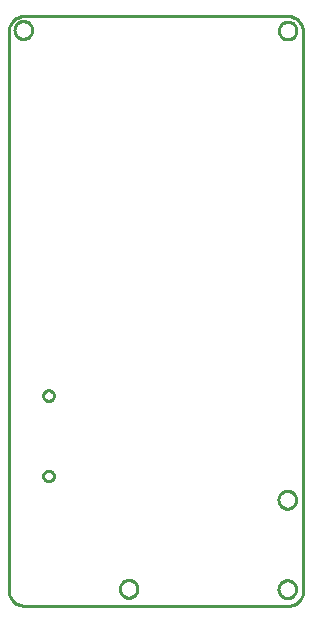
<source format=gbr>
G04 EAGLE Gerber RS-274X export*
G75*
%MOMM*%
%FSLAX34Y34*%
%LPD*%
%IN*%
%IPPOS*%
%AMOC8*
5,1,8,0,0,1.08239X$1,22.5*%
G01*
%ADD10C,0.254000*%


D10*
X66040Y-278130D02*
X66088Y-279237D01*
X66233Y-280335D01*
X66473Y-281417D01*
X66806Y-282474D01*
X67230Y-283497D01*
X67741Y-284480D01*
X68337Y-285414D01*
X69011Y-286293D01*
X69760Y-287110D01*
X70577Y-287859D01*
X71456Y-288533D01*
X72390Y-289129D01*
X73373Y-289640D01*
X74396Y-290064D01*
X75453Y-290397D01*
X76535Y-290637D01*
X77633Y-290782D01*
X78740Y-290830D01*
X302260Y-290830D01*
X303314Y-290839D01*
X304365Y-290757D01*
X305404Y-290583D01*
X306425Y-290320D01*
X307418Y-289968D01*
X308378Y-289531D01*
X309295Y-289012D01*
X310164Y-288416D01*
X310977Y-287745D01*
X311729Y-287007D01*
X312414Y-286205D01*
X313026Y-285347D01*
X313561Y-284439D01*
X314015Y-283488D01*
X314385Y-282501D01*
X314666Y-281485D01*
X314859Y-280449D01*
X314960Y-279400D01*
X314960Y195580D01*
X314912Y196687D01*
X314767Y197785D01*
X314527Y198867D01*
X314194Y199924D01*
X313770Y200947D01*
X313259Y201930D01*
X312663Y202864D01*
X311989Y203743D01*
X311240Y204560D01*
X310423Y205309D01*
X309544Y205983D01*
X308610Y206579D01*
X307627Y207090D01*
X306604Y207514D01*
X305547Y207847D01*
X304465Y208087D01*
X303367Y208232D01*
X302260Y208280D01*
X78740Y208280D01*
X77633Y208232D01*
X76535Y208087D01*
X75453Y207847D01*
X74396Y207514D01*
X73373Y207090D01*
X72390Y206579D01*
X71456Y205983D01*
X70577Y205309D01*
X69760Y204560D01*
X69011Y203743D01*
X68337Y202864D01*
X67741Y201930D01*
X67230Y200947D01*
X66806Y199924D01*
X66473Y198867D01*
X66233Y197785D01*
X66088Y196687D01*
X66040Y195580D01*
X66040Y-278130D01*
X309506Y195720D02*
X309434Y194986D01*
X309290Y194263D01*
X309076Y193558D01*
X308794Y192877D01*
X308447Y192228D01*
X308037Y191615D01*
X307570Y191045D01*
X307049Y190524D01*
X306479Y190057D01*
X305866Y189647D01*
X305217Y189300D01*
X304536Y189018D01*
X303831Y188804D01*
X303108Y188660D01*
X302374Y188588D01*
X301638Y188588D01*
X300904Y188660D01*
X300181Y188804D01*
X299476Y189018D01*
X298795Y189300D01*
X298146Y189647D01*
X297533Y190057D01*
X296963Y190524D01*
X296442Y191045D01*
X295975Y191615D01*
X295565Y192228D01*
X295218Y192877D01*
X294936Y193558D01*
X294722Y194263D01*
X294578Y194986D01*
X294506Y195720D01*
X294506Y196456D01*
X294578Y197190D01*
X294722Y197913D01*
X294936Y198618D01*
X295218Y199299D01*
X295565Y199948D01*
X295975Y200561D01*
X296442Y201131D01*
X296963Y201652D01*
X297533Y202119D01*
X298146Y202529D01*
X298795Y202876D01*
X299476Y203158D01*
X300181Y203372D01*
X300904Y203516D01*
X301638Y203588D01*
X302374Y203588D01*
X303108Y203516D01*
X303831Y203372D01*
X304536Y203158D01*
X305217Y202876D01*
X305866Y202529D01*
X306479Y202119D01*
X307049Y201652D01*
X307570Y201131D01*
X308037Y200561D01*
X308447Y199948D01*
X308794Y199299D01*
X309076Y198618D01*
X309290Y197913D01*
X309434Y197190D01*
X309506Y196456D01*
X309506Y195720D01*
X85732Y196228D02*
X85660Y195494D01*
X85516Y194771D01*
X85302Y194066D01*
X85020Y193385D01*
X84673Y192736D01*
X84263Y192123D01*
X83796Y191553D01*
X83275Y191032D01*
X82705Y190565D01*
X82092Y190155D01*
X81443Y189808D01*
X80762Y189526D01*
X80057Y189312D01*
X79334Y189168D01*
X78600Y189096D01*
X77864Y189096D01*
X77130Y189168D01*
X76407Y189312D01*
X75702Y189526D01*
X75021Y189808D01*
X74372Y190155D01*
X73759Y190565D01*
X73189Y191032D01*
X72668Y191553D01*
X72201Y192123D01*
X71791Y192736D01*
X71444Y193385D01*
X71162Y194066D01*
X70948Y194771D01*
X70804Y195494D01*
X70732Y196228D01*
X70732Y196964D01*
X70804Y197698D01*
X70948Y198421D01*
X71162Y199126D01*
X71444Y199807D01*
X71791Y200456D01*
X72201Y201069D01*
X72668Y201639D01*
X73189Y202160D01*
X73759Y202627D01*
X74372Y203037D01*
X75021Y203384D01*
X75702Y203666D01*
X76407Y203880D01*
X77130Y204024D01*
X77864Y204096D01*
X78600Y204096D01*
X79334Y204024D01*
X80057Y203880D01*
X80762Y203666D01*
X81443Y203384D01*
X82092Y203037D01*
X82705Y202627D01*
X83275Y202160D01*
X83796Y201639D01*
X84263Y201069D01*
X84673Y200456D01*
X85020Y199807D01*
X85302Y199126D01*
X85516Y198421D01*
X85660Y197698D01*
X85732Y196964D01*
X85732Y196228D01*
X309252Y-277228D02*
X309180Y-277962D01*
X309036Y-278685D01*
X308822Y-279390D01*
X308540Y-280071D01*
X308193Y-280720D01*
X307783Y-281333D01*
X307316Y-281903D01*
X306795Y-282424D01*
X306225Y-282891D01*
X305612Y-283301D01*
X304963Y-283648D01*
X304282Y-283930D01*
X303577Y-284144D01*
X302854Y-284288D01*
X302120Y-284360D01*
X301384Y-284360D01*
X300650Y-284288D01*
X299927Y-284144D01*
X299222Y-283930D01*
X298541Y-283648D01*
X297892Y-283301D01*
X297279Y-282891D01*
X296709Y-282424D01*
X296188Y-281903D01*
X295721Y-281333D01*
X295311Y-280720D01*
X294964Y-280071D01*
X294682Y-279390D01*
X294468Y-278685D01*
X294324Y-277962D01*
X294252Y-277228D01*
X294252Y-276492D01*
X294324Y-275758D01*
X294468Y-275035D01*
X294682Y-274330D01*
X294964Y-273649D01*
X295311Y-273000D01*
X295721Y-272387D01*
X296188Y-271817D01*
X296709Y-271296D01*
X297279Y-270829D01*
X297892Y-270419D01*
X298541Y-270072D01*
X299222Y-269790D01*
X299927Y-269576D01*
X300650Y-269432D01*
X301384Y-269360D01*
X302120Y-269360D01*
X302854Y-269432D01*
X303577Y-269576D01*
X304282Y-269790D01*
X304963Y-270072D01*
X305612Y-270419D01*
X306225Y-270829D01*
X306795Y-271296D01*
X307316Y-271817D01*
X307783Y-272387D01*
X308193Y-273000D01*
X308540Y-273649D01*
X308822Y-274330D01*
X309036Y-275035D01*
X309180Y-275758D01*
X309252Y-276492D01*
X309252Y-277228D01*
X174886Y-276974D02*
X174814Y-277708D01*
X174670Y-278431D01*
X174456Y-279136D01*
X174174Y-279817D01*
X173827Y-280466D01*
X173417Y-281079D01*
X172950Y-281649D01*
X172429Y-282170D01*
X171859Y-282637D01*
X171246Y-283047D01*
X170597Y-283394D01*
X169916Y-283676D01*
X169211Y-283890D01*
X168488Y-284034D01*
X167754Y-284106D01*
X167018Y-284106D01*
X166284Y-284034D01*
X165561Y-283890D01*
X164856Y-283676D01*
X164175Y-283394D01*
X163526Y-283047D01*
X162913Y-282637D01*
X162343Y-282170D01*
X161822Y-281649D01*
X161355Y-281079D01*
X160945Y-280466D01*
X160598Y-279817D01*
X160316Y-279136D01*
X160102Y-278431D01*
X159958Y-277708D01*
X159886Y-276974D01*
X159886Y-276238D01*
X159958Y-275504D01*
X160102Y-274781D01*
X160316Y-274076D01*
X160598Y-273395D01*
X160945Y-272746D01*
X161355Y-272133D01*
X161822Y-271563D01*
X162343Y-271042D01*
X162913Y-270575D01*
X163526Y-270165D01*
X164175Y-269818D01*
X164856Y-269536D01*
X165561Y-269322D01*
X166284Y-269178D01*
X167018Y-269106D01*
X167754Y-269106D01*
X168488Y-269178D01*
X169211Y-269322D01*
X169916Y-269536D01*
X170597Y-269818D01*
X171246Y-270165D01*
X171859Y-270575D01*
X172429Y-271042D01*
X172950Y-271563D01*
X173417Y-272133D01*
X173827Y-272746D01*
X174174Y-273395D01*
X174456Y-274076D01*
X174670Y-274781D01*
X174814Y-275504D01*
X174886Y-276238D01*
X174886Y-276974D01*
X309252Y-201536D02*
X309180Y-202270D01*
X309036Y-202993D01*
X308822Y-203698D01*
X308540Y-204379D01*
X308193Y-205028D01*
X307783Y-205641D01*
X307316Y-206211D01*
X306795Y-206732D01*
X306225Y-207199D01*
X305612Y-207609D01*
X304963Y-207956D01*
X304282Y-208238D01*
X303577Y-208452D01*
X302854Y-208596D01*
X302120Y-208668D01*
X301384Y-208668D01*
X300650Y-208596D01*
X299927Y-208452D01*
X299222Y-208238D01*
X298541Y-207956D01*
X297892Y-207609D01*
X297279Y-207199D01*
X296709Y-206732D01*
X296188Y-206211D01*
X295721Y-205641D01*
X295311Y-205028D01*
X294964Y-204379D01*
X294682Y-203698D01*
X294468Y-202993D01*
X294324Y-202270D01*
X294252Y-201536D01*
X294252Y-200800D01*
X294324Y-200066D01*
X294468Y-199343D01*
X294682Y-198638D01*
X294964Y-197957D01*
X295311Y-197308D01*
X295721Y-196695D01*
X296188Y-196125D01*
X296709Y-195604D01*
X297279Y-195137D01*
X297892Y-194727D01*
X298541Y-194380D01*
X299222Y-194098D01*
X299927Y-193884D01*
X300650Y-193740D01*
X301384Y-193668D01*
X302120Y-193668D01*
X302854Y-193740D01*
X303577Y-193884D01*
X304282Y-194098D01*
X304963Y-194380D01*
X305612Y-194727D01*
X306225Y-195137D01*
X306795Y-195604D01*
X307316Y-196125D01*
X307783Y-196695D01*
X308193Y-197308D01*
X308540Y-197957D01*
X308822Y-198638D01*
X309036Y-199343D01*
X309180Y-200066D01*
X309252Y-200800D01*
X309252Y-201536D01*
X99863Y-108566D02*
X100448Y-108643D01*
X101018Y-108796D01*
X101563Y-109021D01*
X102073Y-109316D01*
X102541Y-109675D01*
X102959Y-110093D01*
X103318Y-110561D01*
X103613Y-111071D01*
X103838Y-111616D01*
X103991Y-112186D01*
X104068Y-112771D01*
X104068Y-113361D01*
X103991Y-113946D01*
X103838Y-114516D01*
X103613Y-115061D01*
X103318Y-115571D01*
X102959Y-116039D01*
X102541Y-116457D01*
X102073Y-116816D01*
X101563Y-117111D01*
X101018Y-117336D01*
X100448Y-117489D01*
X99863Y-117566D01*
X99273Y-117566D01*
X98688Y-117489D01*
X98118Y-117336D01*
X97573Y-117111D01*
X97063Y-116816D01*
X96595Y-116457D01*
X96177Y-116039D01*
X95818Y-115571D01*
X95523Y-115061D01*
X95298Y-114516D01*
X95145Y-113946D01*
X95068Y-113361D01*
X95068Y-112771D01*
X95145Y-112186D01*
X95298Y-111616D01*
X95523Y-111071D01*
X95818Y-110561D01*
X96177Y-110093D01*
X96595Y-109675D01*
X97063Y-109316D01*
X97573Y-109021D01*
X98118Y-108796D01*
X98688Y-108643D01*
X99273Y-108566D01*
X99863Y-108566D01*
X99863Y-176566D02*
X100448Y-176643D01*
X101018Y-176796D01*
X101563Y-177021D01*
X102073Y-177316D01*
X102541Y-177675D01*
X102959Y-178093D01*
X103318Y-178561D01*
X103613Y-179071D01*
X103838Y-179616D01*
X103991Y-180186D01*
X104068Y-180771D01*
X104068Y-181361D01*
X103991Y-181946D01*
X103838Y-182516D01*
X103613Y-183061D01*
X103318Y-183571D01*
X102959Y-184039D01*
X102541Y-184457D01*
X102073Y-184816D01*
X101563Y-185111D01*
X101018Y-185336D01*
X100448Y-185489D01*
X99863Y-185566D01*
X99273Y-185566D01*
X98688Y-185489D01*
X98118Y-185336D01*
X97573Y-185111D01*
X97063Y-184816D01*
X96595Y-184457D01*
X96177Y-184039D01*
X95818Y-183571D01*
X95523Y-183061D01*
X95298Y-182516D01*
X95145Y-181946D01*
X95068Y-181361D01*
X95068Y-180771D01*
X95145Y-180186D01*
X95298Y-179616D01*
X95523Y-179071D01*
X95818Y-178561D01*
X96177Y-178093D01*
X96595Y-177675D01*
X97063Y-177316D01*
X97573Y-177021D01*
X98118Y-176796D01*
X98688Y-176643D01*
X99273Y-176566D01*
X99863Y-176566D01*
M02*

</source>
